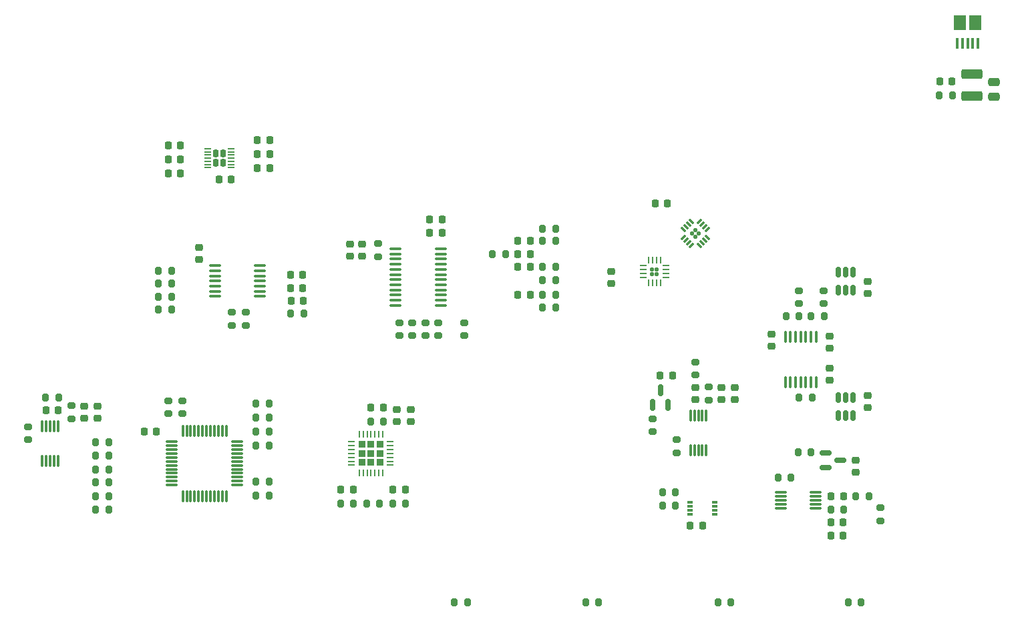
<source format=gbr>
%TF.GenerationSoftware,KiCad,Pcbnew,(6.0.8)*%
%TF.CreationDate,2023-03-28T17:34:24+02:00*%
%TF.ProjectId,RT5XP-EXP,52543558-502d-4455-9850-2e6b69636164,V1.0*%
%TF.SameCoordinates,Original*%
%TF.FileFunction,Paste,Top*%
%TF.FilePolarity,Positive*%
%FSLAX46Y46*%
G04 Gerber Fmt 4.6, Leading zero omitted, Abs format (unit mm)*
G04 Created by KiCad (PCBNEW (6.0.8)) date 2023-03-28 17:34:24*
%MOMM*%
%LPD*%
G01*
G04 APERTURE LIST*
G04 Aperture macros list*
%AMRoundRect*
0 Rectangle with rounded corners*
0 $1 Rounding radius*
0 $2 $3 $4 $5 $6 $7 $8 $9 X,Y pos of 4 corners*
0 Add a 4 corners polygon primitive as box body*
4,1,4,$2,$3,$4,$5,$6,$7,$8,$9,$2,$3,0*
0 Add four circle primitives for the rounded corners*
1,1,$1+$1,$2,$3*
1,1,$1+$1,$4,$5*
1,1,$1+$1,$6,$7*
1,1,$1+$1,$8,$9*
0 Add four rect primitives between the rounded corners*
20,1,$1+$1,$2,$3,$4,$5,0*
20,1,$1+$1,$4,$5,$6,$7,0*
20,1,$1+$1,$6,$7,$8,$9,0*
20,1,$1+$1,$8,$9,$2,$3,0*%
G04 Aperture macros list end*
%ADD10RoundRect,0.225000X0.225000X0.225000X-0.225000X0.225000X-0.225000X-0.225000X0.225000X-0.225000X0*%
%ADD11RoundRect,0.062500X0.337500X0.062500X-0.337500X0.062500X-0.337500X-0.062500X0.337500X-0.062500X0*%
%ADD12RoundRect,0.062500X0.062500X0.337500X-0.062500X0.337500X-0.062500X-0.337500X0.062500X-0.337500X0*%
%ADD13RoundRect,0.200000X0.200000X0.275000X-0.200000X0.275000X-0.200000X-0.275000X0.200000X-0.275000X0*%
%ADD14RoundRect,0.200000X-0.200000X-0.275000X0.200000X-0.275000X0.200000X0.275000X-0.200000X0.275000X0*%
%ADD15RoundRect,0.218750X-0.218750X-0.256250X0.218750X-0.256250X0.218750X0.256250X-0.218750X0.256250X0*%
%ADD16RoundRect,0.218750X0.218750X0.256250X-0.218750X0.256250X-0.218750X-0.256250X0.218750X-0.256250X0*%
%ADD17RoundRect,0.225000X-0.250000X0.225000X-0.250000X-0.225000X0.250000X-0.225000X0.250000X0.225000X0*%
%ADD18RoundRect,0.200000X-0.275000X0.200000X-0.275000X-0.200000X0.275000X-0.200000X0.275000X0.200000X0*%
%ADD19RoundRect,0.075000X0.650000X0.075000X-0.650000X0.075000X-0.650000X-0.075000X0.650000X-0.075000X0*%
%ADD20RoundRect,0.225000X0.250000X-0.225000X0.250000X0.225000X-0.250000X0.225000X-0.250000X-0.225000X0*%
%ADD21RoundRect,0.200000X0.275000X-0.200000X0.275000X0.200000X-0.275000X0.200000X-0.275000X-0.200000X0*%
%ADD22RoundRect,0.225000X0.225000X0.250000X-0.225000X0.250000X-0.225000X-0.250000X0.225000X-0.250000X0*%
%ADD23RoundRect,0.225000X-0.225000X-0.250000X0.225000X-0.250000X0.225000X0.250000X-0.225000X0.250000X0*%
%ADD24RoundRect,0.150000X0.150000X-0.587500X0.150000X0.587500X-0.150000X0.587500X-0.150000X-0.587500X0*%
%ADD25RoundRect,0.100000X-0.100000X0.637500X-0.100000X-0.637500X0.100000X-0.637500X0.100000X0.637500X0*%
%ADD26RoundRect,0.150000X-0.587500X-0.150000X0.587500X-0.150000X0.587500X0.150000X-0.587500X0.150000X0*%
%ADD27RoundRect,0.150000X-0.150000X0.512500X-0.150000X-0.512500X0.150000X-0.512500X0.150000X0.512500X0*%
%ADD28RoundRect,0.100000X0.637500X0.100000X-0.637500X0.100000X-0.637500X-0.100000X0.637500X-0.100000X0*%
%ADD29RoundRect,0.250000X-1.075000X0.375000X-1.075000X-0.375000X1.075000X-0.375000X1.075000X0.375000X0*%
%ADD30RoundRect,0.075000X-0.075000X0.650000X-0.075000X-0.650000X0.075000X-0.650000X0.075000X0.650000X0*%
%ADD31R,0.400000X1.350000*%
%ADD32R,1.500000X1.900000*%
%ADD33R,0.800000X0.300000*%
%ADD34RoundRect,0.250000X-0.475000X0.250000X-0.475000X-0.250000X0.475000X-0.250000X0.475000X0.250000X0*%
%ADD35RoundRect,0.075000X0.662500X0.075000X-0.662500X0.075000X-0.662500X-0.075000X0.662500X-0.075000X0*%
%ADD36RoundRect,0.075000X0.075000X0.662500X-0.075000X0.662500X-0.075000X-0.662500X0.075000X-0.662500X0*%
%ADD37RoundRect,0.125000X0.125000X-0.125000X0.125000X0.125000X-0.125000X0.125000X-0.125000X-0.125000X0*%
%ADD38RoundRect,0.062500X0.062500X-0.350000X0.062500X0.350000X-0.062500X0.350000X-0.062500X-0.350000X0*%
%ADD39RoundRect,0.062500X0.350000X-0.062500X0.350000X0.062500X-0.350000X0.062500X-0.350000X-0.062500X0*%
%ADD40RoundRect,0.125000X0.000000X-0.176777X0.176777X0.000000X0.000000X0.176777X-0.176777X0.000000X0*%
%ADD41RoundRect,0.062500X-0.203293X-0.291682X0.291682X0.203293X0.203293X0.291682X-0.291682X-0.203293X0*%
%ADD42RoundRect,0.062500X0.203293X-0.291682X0.291682X-0.203293X-0.203293X0.291682X-0.291682X0.203293X0*%
%ADD43RoundRect,0.180000X0.180000X0.295000X-0.180000X0.295000X-0.180000X-0.295000X0.180000X-0.295000X0*%
%ADD44RoundRect,0.050000X0.337500X0.050000X-0.337500X0.050000X-0.337500X-0.050000X0.337500X-0.050000X0*%
%ADD45RoundRect,0.150000X0.150000X-0.512500X0.150000X0.512500X-0.150000X0.512500X-0.150000X-0.512500X0*%
G04 APERTURE END LIST*
D10*
%TO.C,U5*%
X69621500Y-60198000D03*
X70741500Y-61318000D03*
X68501500Y-60198000D03*
X70741500Y-59078000D03*
X68501500Y-59078000D03*
X70741500Y-60198000D03*
X69621500Y-61318000D03*
X69621500Y-59078000D03*
X68501500Y-61318000D03*
D11*
X72071500Y-61698000D03*
X72071500Y-61198000D03*
X72071500Y-60698000D03*
X72071500Y-60198000D03*
X72071500Y-59698000D03*
X72071500Y-59198000D03*
X72071500Y-58698000D03*
D12*
X71121500Y-57748000D03*
X70621500Y-57748000D03*
X70121500Y-57748000D03*
X69621500Y-57748000D03*
X69121500Y-57748000D03*
X68621500Y-57748000D03*
X68121500Y-57748000D03*
D11*
X67171500Y-58698000D03*
X67171500Y-59198000D03*
X67171500Y-59698000D03*
X67171500Y-60198000D03*
X67171500Y-60698000D03*
X67171500Y-61198000D03*
X67171500Y-61698000D03*
D12*
X68121500Y-62648000D03*
X68621500Y-62648000D03*
X69121500Y-62648000D03*
X69621500Y-62648000D03*
X70121500Y-62648000D03*
X70621500Y-62648000D03*
X71121500Y-62648000D03*
%TD*%
D13*
%TO.C,R28*%
X70700500Y-66548000D03*
X69050500Y-66548000D03*
%TD*%
D14*
%TO.C,R27*%
X72352500Y-66548000D03*
X74002500Y-66548000D03*
%TD*%
%TO.C,R26*%
X69558500Y-56134000D03*
X71208500Y-56134000D03*
%TD*%
D13*
%TO.C,R25*%
X67398500Y-66548000D03*
X65748500Y-66548000D03*
%TD*%
D15*
%TO.C,D3*%
X69596000Y-54356000D03*
X71171000Y-54356000D03*
%TD*%
D16*
%TO.C,D2*%
X73965000Y-64770000D03*
X72390000Y-64770000D03*
%TD*%
D15*
%TO.C,D1*%
X65786000Y-64770000D03*
X67361000Y-64770000D03*
%TD*%
D17*
%TO.C,C19*%
X72898000Y-54597000D03*
X72898000Y-56147000D03*
%TD*%
%TO.C,C8*%
X74676000Y-54597000D03*
X74676000Y-56147000D03*
%TD*%
D18*
%TO.C,R19*%
X74874000Y-43625000D03*
X74874000Y-45275000D03*
%TD*%
D19*
%TO.C,U10*%
X125984000Y-67159000D03*
X125984000Y-66659000D03*
X125984000Y-66159000D03*
X125984000Y-65659000D03*
X125984000Y-65159000D03*
X121584000Y-65159000D03*
X121584000Y-65659000D03*
X121584000Y-66159000D03*
X121584000Y-66659000D03*
X121584000Y-67159000D03*
%TD*%
D14*
%TO.C,R53*%
X123762000Y-60071000D03*
X125412000Y-60071000D03*
%TD*%
D17*
%TO.C,C23*%
X100076000Y-37071000D03*
X100076000Y-38621000D03*
%TD*%
D20*
%TO.C,C35*%
X115697000Y-53399000D03*
X115697000Y-51849000D03*
%TD*%
D17*
%TO.C,C37*%
X131064000Y-61074000D03*
X131064000Y-62624000D03*
%TD*%
D13*
%TO.C,R40*%
X36385000Y-62230000D03*
X34735000Y-62230000D03*
%TD*%
D20*
%TO.C,C31*%
X68494000Y-35151000D03*
X68494000Y-33601000D03*
%TD*%
%TO.C,C24*%
X132588000Y-39891000D03*
X132588000Y-38341000D03*
%TD*%
D21*
%TO.C,R46*%
X134160500Y-68770000D03*
X134160500Y-67120000D03*
%TD*%
D22*
%TO.C,C3*%
X89795500Y-34884000D03*
X88245500Y-34884000D03*
%TD*%
%TO.C,C6*%
X60973000Y-39202000D03*
X59423000Y-39202000D03*
%TD*%
D14*
%TO.C,R24*%
X55055000Y-53848000D03*
X56705000Y-53848000D03*
%TD*%
D23*
%TO.C,C13*%
X43929000Y-22860000D03*
X45479000Y-22860000D03*
%TD*%
D24*
%TO.C,Q2*%
X105349000Y-54023500D03*
X107249000Y-54023500D03*
X106299000Y-52148500D03*
%TD*%
D25*
%TO.C,U12*%
X126029000Y-45397500D03*
X125379000Y-45397500D03*
X124729000Y-45397500D03*
X124079000Y-45397500D03*
X123429000Y-45397500D03*
X122779000Y-45397500D03*
X122129000Y-45397500D03*
X122129000Y-51122500D03*
X122779000Y-51122500D03*
X123429000Y-51122500D03*
X124079000Y-51122500D03*
X124729000Y-51122500D03*
X125379000Y-51122500D03*
X126029000Y-51122500D03*
%TD*%
D13*
%TO.C,R61*%
X125539000Y-53086000D03*
X123889000Y-53086000D03*
%TD*%
%TO.C,R12*%
X44322000Y-38638000D03*
X42672000Y-38638000D03*
%TD*%
D26*
%TO.C,Q1*%
X127205500Y-60137000D03*
X127205500Y-62037000D03*
X129080500Y-61087000D03*
%TD*%
D18*
%TO.C,R35*%
X26162000Y-56833000D03*
X26162000Y-58483000D03*
%TD*%
D27*
%TO.C,U14*%
X130744000Y-53091500D03*
X129794000Y-53091500D03*
X128844000Y-53091500D03*
X128844000Y-55366500D03*
X129794000Y-55366500D03*
X130744000Y-55366500D03*
%TD*%
D17*
%TO.C,C16*%
X33274000Y-54216000D03*
X33274000Y-55766000D03*
%TD*%
D14*
%TO.C,R57*%
X125413000Y-42799000D03*
X127063000Y-42799000D03*
%TD*%
D13*
%TO.C,R31*%
X115252000Y-79121000D03*
X113602000Y-79121000D03*
%TD*%
D17*
%TO.C,C32*%
X132588000Y-52819000D03*
X132588000Y-54369000D03*
%TD*%
D21*
%TO.C,R43*%
X45720000Y-55181000D03*
X45720000Y-53531000D03*
%TD*%
%TO.C,R48*%
X110736000Y-50269000D03*
X110736000Y-48619000D03*
%TD*%
D13*
%TO.C,R5*%
X93005500Y-31709000D03*
X91355500Y-31709000D03*
%TD*%
D28*
%TO.C,U1*%
X55567500Y-40263000D03*
X55567500Y-39613000D03*
X55567500Y-38963000D03*
X55567500Y-38313000D03*
X55567500Y-37663000D03*
X55567500Y-37013000D03*
X55567500Y-36363000D03*
X49842500Y-36363000D03*
X49842500Y-37013000D03*
X49842500Y-37663000D03*
X49842500Y-38313000D03*
X49842500Y-38963000D03*
X49842500Y-39613000D03*
X49842500Y-40263000D03*
%TD*%
D23*
%TO.C,C14*%
X55232000Y-20447000D03*
X56782000Y-20447000D03*
%TD*%
D13*
%TO.C,R60*%
X108203000Y-65151000D03*
X106553000Y-65151000D03*
%TD*%
D29*
%TO.C,F1*%
X145796000Y-12062000D03*
X145796000Y-14862000D03*
%TD*%
D23*
%TO.C,C36*%
X127924500Y-70612000D03*
X129474500Y-70612000D03*
%TD*%
D13*
%TO.C,R8*%
X44322000Y-41940000D03*
X42672000Y-41940000D03*
%TD*%
D22*
%TO.C,C22*%
X107201000Y-28448000D03*
X105651000Y-28448000D03*
%TD*%
D13*
%TO.C,R32*%
X98488000Y-79121000D03*
X96838000Y-79121000D03*
%TD*%
D30*
%TO.C,U7*%
X29956000Y-56728000D03*
X29456000Y-56728000D03*
X28956000Y-56728000D03*
X28456000Y-56728000D03*
X27956000Y-56728000D03*
X27956000Y-61128000D03*
X28456000Y-61128000D03*
X28956000Y-61128000D03*
X29456000Y-61128000D03*
X29956000Y-61128000D03*
%TD*%
D23*
%TO.C,C2*%
X88230500Y-36546000D03*
X89780500Y-36546000D03*
%TD*%
D14*
%TO.C,R45*%
X55055000Y-63754000D03*
X56705000Y-63754000D03*
%TD*%
D23*
%TO.C,C11*%
X43929000Y-21082000D03*
X45479000Y-21082000D03*
%TD*%
D21*
%TO.C,R50*%
X112387000Y-53444000D03*
X112387000Y-51794000D03*
%TD*%
D22*
%TO.C,C39*%
X129512000Y-65651000D03*
X127962000Y-65651000D03*
%TD*%
D14*
%TO.C,R16*%
X55055000Y-59182000D03*
X56705000Y-59182000D03*
%TD*%
D30*
%TO.C,U11*%
X112117000Y-55372000D03*
X111617000Y-55372000D03*
X111117000Y-55372000D03*
X110617000Y-55372000D03*
X110117000Y-55372000D03*
X110117000Y-59772000D03*
X110617000Y-59772000D03*
X111117000Y-59772000D03*
X111617000Y-59772000D03*
X112117000Y-59772000D03*
%TD*%
D18*
%TO.C,R20*%
X76525000Y-43625000D03*
X76525000Y-45275000D03*
%TD*%
D31*
%TO.C,J12*%
X146550000Y-8193500D03*
X145900000Y-8193500D03*
X145250000Y-8193500D03*
X144600000Y-8193500D03*
X143950000Y-8193500D03*
D32*
X144250000Y-5493500D03*
X146250000Y-5493500D03*
%TD*%
D13*
%TO.C,R30*%
X131762000Y-79121000D03*
X130112000Y-79121000D03*
%TD*%
D21*
%TO.C,R58*%
X127000000Y-41211000D03*
X127000000Y-39561000D03*
%TD*%
D22*
%TO.C,C30*%
X129474500Y-68961000D03*
X127924500Y-68961000D03*
%TD*%
D33*
%TO.C,U13*%
X113183000Y-67933000D03*
X113183000Y-67433000D03*
X113183000Y-66933000D03*
X113183000Y-66433000D03*
X110083000Y-66433000D03*
X110083000Y-66933000D03*
X110083000Y-67433000D03*
X110083000Y-67933000D03*
%TD*%
D21*
%TO.C,R42*%
X43942000Y-55181000D03*
X43942000Y-53531000D03*
%TD*%
D22*
%TO.C,C29*%
X78611000Y-32172000D03*
X77061000Y-32172000D03*
%TD*%
D13*
%TO.C,R59*%
X108203000Y-66802000D03*
X106553000Y-66802000D03*
%TD*%
D17*
%TO.C,C26*%
X114046000Y-51849000D03*
X114046000Y-53399000D03*
%TD*%
D14*
%TO.C,R23*%
X55055000Y-55626000D03*
X56705000Y-55626000D03*
%TD*%
D18*
%TO.C,R18*%
X73223000Y-43625000D03*
X73223000Y-45275000D03*
%TD*%
D23*
%TO.C,C12*%
X55232000Y-22225000D03*
X56782000Y-22225000D03*
%TD*%
D14*
%TO.C,R47*%
X131087000Y-65651000D03*
X132737000Y-65651000D03*
%TD*%
D17*
%TO.C,C42*%
X127762000Y-45326000D03*
X127762000Y-46876000D03*
%TD*%
D21*
%TO.C,R2*%
X53721000Y-43964000D03*
X53721000Y-42314000D03*
%TD*%
D13*
%TO.C,R4*%
X93005500Y-38197000D03*
X91355500Y-38197000D03*
%TD*%
D21*
%TO.C,R56*%
X123825000Y-41211000D03*
X123825000Y-39561000D03*
%TD*%
D13*
%TO.C,R36*%
X36385000Y-58801000D03*
X34735000Y-58801000D03*
%TD*%
D15*
%TO.C,D4*%
X141706500Y-12954000D03*
X143281500Y-12954000D03*
%TD*%
D23*
%TO.C,C10*%
X55232000Y-24003000D03*
X56782000Y-24003000D03*
%TD*%
D13*
%TO.C,R13*%
X86670500Y-34884000D03*
X85020500Y-34884000D03*
%TD*%
%TO.C,R10*%
X44322000Y-40289000D03*
X42672000Y-40289000D03*
%TD*%
D14*
%TO.C,R6*%
X91355500Y-33233000D03*
X93005500Y-33233000D03*
%TD*%
D23*
%TO.C,C1*%
X88245500Y-33233000D03*
X89795500Y-33233000D03*
%TD*%
D22*
%TO.C,C7*%
X60973000Y-37551000D03*
X59423000Y-37551000D03*
%TD*%
D13*
%TO.C,R14*%
X44322000Y-36987000D03*
X42672000Y-36987000D03*
%TD*%
D23*
%TO.C,C4*%
X88230500Y-40046000D03*
X89780500Y-40046000D03*
%TD*%
%TO.C,C20*%
X50343000Y-25445000D03*
X51893000Y-25445000D03*
%TD*%
D13*
%TO.C,R38*%
X36385000Y-67310000D03*
X34735000Y-67310000D03*
%TD*%
D18*
%TO.C,R15*%
X81407000Y-43625000D03*
X81407000Y-45275000D03*
%TD*%
D13*
%TO.C,R33*%
X81851000Y-79121000D03*
X80201000Y-79121000D03*
%TD*%
D21*
%TO.C,R34*%
X31623000Y-55816000D03*
X31623000Y-54166000D03*
%TD*%
D13*
%TO.C,R41*%
X36385000Y-60452000D03*
X34735000Y-60452000D03*
%TD*%
D14*
%TO.C,R9*%
X91355500Y-36546000D03*
X93005500Y-36546000D03*
%TD*%
D21*
%TO.C,R7*%
X51943000Y-43964000D03*
X51943000Y-42314000D03*
%TD*%
D34*
%TO.C,C17*%
X148590000Y-13020000D03*
X148590000Y-14920000D03*
%TD*%
D21*
%TO.C,R54*%
X105283000Y-57467000D03*
X105283000Y-55817000D03*
%TD*%
D23*
%TO.C,C15*%
X43929000Y-24638000D03*
X45479000Y-24638000D03*
%TD*%
%TO.C,C33*%
X77061000Y-30521000D03*
X78611000Y-30521000D03*
%TD*%
D35*
%TO.C,U6*%
X52676500Y-64218000D03*
X52676500Y-63718000D03*
X52676500Y-63218000D03*
X52676500Y-62718000D03*
X52676500Y-62218000D03*
X52676500Y-61718000D03*
X52676500Y-61218000D03*
X52676500Y-60718000D03*
X52676500Y-60218000D03*
X52676500Y-59718000D03*
X52676500Y-59218000D03*
X52676500Y-58718000D03*
D36*
X51264000Y-57305500D03*
X50764000Y-57305500D03*
X50264000Y-57305500D03*
X49764000Y-57305500D03*
X49264000Y-57305500D03*
X48764000Y-57305500D03*
X48264000Y-57305500D03*
X47764000Y-57305500D03*
X47264000Y-57305500D03*
X46764000Y-57305500D03*
X46264000Y-57305500D03*
X45764000Y-57305500D03*
D35*
X44351500Y-58718000D03*
X44351500Y-59218000D03*
X44351500Y-59718000D03*
X44351500Y-60218000D03*
X44351500Y-60718000D03*
X44351500Y-61218000D03*
X44351500Y-61718000D03*
X44351500Y-62218000D03*
X44351500Y-62718000D03*
X44351500Y-63218000D03*
X44351500Y-63718000D03*
X44351500Y-64218000D03*
D36*
X45764000Y-65630500D03*
X46264000Y-65630500D03*
X46764000Y-65630500D03*
X47264000Y-65630500D03*
X47764000Y-65630500D03*
X48264000Y-65630500D03*
X48764000Y-65630500D03*
X49264000Y-65630500D03*
X49764000Y-65630500D03*
X50264000Y-65630500D03*
X50764000Y-65630500D03*
X51264000Y-65630500D03*
%TD*%
D28*
%TO.C,U2*%
X78483500Y-41391000D03*
X78483500Y-40741000D03*
X78483500Y-40091000D03*
X78483500Y-39441000D03*
X78483500Y-38791000D03*
X78483500Y-38141000D03*
X78483500Y-37491000D03*
X78483500Y-36841000D03*
X78483500Y-36191000D03*
X78483500Y-35541000D03*
X78483500Y-34891000D03*
X78483500Y-34241000D03*
X72758500Y-34241000D03*
X72758500Y-34891000D03*
X72758500Y-35541000D03*
X72758500Y-36191000D03*
X72758500Y-36841000D03*
X72758500Y-37491000D03*
X72758500Y-38141000D03*
X72758500Y-38791000D03*
X72758500Y-39441000D03*
X72758500Y-40091000D03*
X72758500Y-40741000D03*
X72758500Y-41391000D03*
%TD*%
D22*
%TO.C,C9*%
X29985000Y-54737000D03*
X28435000Y-54737000D03*
%TD*%
D13*
%TO.C,R37*%
X36385000Y-63881000D03*
X34735000Y-63881000D03*
%TD*%
D14*
%TO.C,R17*%
X55055000Y-57404000D03*
X56705000Y-57404000D03*
%TD*%
D20*
%TO.C,C18*%
X34925000Y-55766000D03*
X34925000Y-54216000D03*
%TD*%
D18*
%TO.C,R51*%
X108331000Y-58484000D03*
X108331000Y-60134000D03*
%TD*%
D13*
%TO.C,R1*%
X61079000Y-42448000D03*
X59429000Y-42448000D03*
%TD*%
D20*
%TO.C,C41*%
X120351000Y-46617000D03*
X120351000Y-45067000D03*
%TD*%
D37*
%TO.C,U4*%
X105851000Y-36814500D03*
X105851000Y-37434500D03*
X105231000Y-37434500D03*
X105231000Y-36814500D03*
D38*
X104791000Y-38562000D03*
X105291000Y-38562000D03*
X105791000Y-38562000D03*
X106291000Y-38562000D03*
D39*
X106978500Y-37874500D03*
X106978500Y-37374500D03*
X106978500Y-36874500D03*
X106978500Y-36374500D03*
D38*
X106291000Y-35687000D03*
X105791000Y-35687000D03*
X105291000Y-35687000D03*
X104791000Y-35687000D03*
D39*
X104103500Y-36374500D03*
X104103500Y-36874500D03*
X104103500Y-37374500D03*
X104103500Y-37874500D03*
%TD*%
D14*
%TO.C,R55*%
X122238000Y-42799000D03*
X123888000Y-42799000D03*
%TD*%
D13*
%TO.C,R39*%
X36385000Y-65659000D03*
X34735000Y-65659000D03*
%TD*%
D17*
%TO.C,C28*%
X127762000Y-49390000D03*
X127762000Y-50940000D03*
%TD*%
D13*
%TO.C,R52*%
X122872000Y-63246000D03*
X121222000Y-63246000D03*
%TD*%
%TO.C,R62*%
X56705000Y-65532000D03*
X55055000Y-65532000D03*
%TD*%
D40*
%TO.C,U3*%
X110748000Y-32736906D03*
X110748000Y-31860094D03*
X110309594Y-32298500D03*
X111186406Y-32298500D03*
D41*
X109201204Y-32784636D03*
X109554757Y-33138189D03*
X109908311Y-33491743D03*
X110261864Y-33845296D03*
D42*
X111234136Y-33845296D03*
X111587689Y-33491743D03*
X111941243Y-33138189D03*
X112294796Y-32784636D03*
D41*
X112294796Y-31812364D03*
X111941243Y-31458811D03*
X111587689Y-31105257D03*
X111234136Y-30751704D03*
D42*
X110261864Y-30751704D03*
X109908311Y-31105257D03*
X109554757Y-31458811D03*
X109201204Y-31812364D03*
%TD*%
D43*
%TO.C,U8*%
X50864000Y-22143000D03*
X50864000Y-23323000D03*
X49974000Y-23323000D03*
X49974000Y-22143000D03*
D44*
X51906500Y-23933000D03*
X51906500Y-23533000D03*
X51906500Y-23133000D03*
X51906500Y-22733000D03*
X51906500Y-22333000D03*
X51906500Y-21933000D03*
X51906500Y-21533000D03*
X48931500Y-21533000D03*
X48931500Y-21933000D03*
X48931500Y-22333000D03*
X48931500Y-22733000D03*
X48931500Y-23133000D03*
X48931500Y-23533000D03*
X48931500Y-23933000D03*
%TD*%
D18*
%TO.C,R22*%
X78176000Y-43625000D03*
X78176000Y-45275000D03*
%TD*%
D13*
%TO.C,R11*%
X93005500Y-40046000D03*
X91355500Y-40046000D03*
%TD*%
D17*
%TO.C,C27*%
X66929000Y-33601000D03*
X66929000Y-35151000D03*
%TD*%
D45*
%TO.C,U9*%
X128844000Y-39491500D03*
X129794000Y-39491500D03*
X130744000Y-39491500D03*
X130744000Y-37216500D03*
X129794000Y-37216500D03*
X128844000Y-37216500D03*
%TD*%
D13*
%TO.C,R29*%
X30035000Y-53086000D03*
X28385000Y-53086000D03*
%TD*%
D17*
%TO.C,C40*%
X110736000Y-51844000D03*
X110736000Y-53394000D03*
%TD*%
%TO.C,C25*%
X47808000Y-34053000D03*
X47808000Y-35603000D03*
%TD*%
D14*
%TO.C,R49*%
X127912000Y-67302000D03*
X129562000Y-67302000D03*
%TD*%
D13*
%TO.C,R3*%
X93005500Y-41697000D03*
X91355500Y-41697000D03*
%TD*%
D22*
%TO.C,C34*%
X111646000Y-69342000D03*
X110096000Y-69342000D03*
%TD*%
D14*
%TO.C,R44*%
X141669000Y-14732000D03*
X143319000Y-14732000D03*
%TD*%
D18*
%TO.C,R21*%
X70541000Y-33562000D03*
X70541000Y-35212000D03*
%TD*%
D23*
%TO.C,C38*%
X106286000Y-50292000D03*
X107836000Y-50292000D03*
%TD*%
D22*
%TO.C,C5*%
X61029000Y-40797000D03*
X59479000Y-40797000D03*
%TD*%
D23*
%TO.C,C21*%
X40881000Y-57404000D03*
X42431000Y-57404000D03*
%TD*%
M02*

</source>
